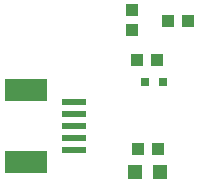
<source format=gbr>
G04 EAGLE Gerber RS-274X export*
G75*
%MOMM*%
%FSLAX34Y34*%
%LPD*%
%INSolderpaste Top*%
%IPPOS*%
%AMOC8*
5,1,8,0,0,1.08239X$1,22.5*%
G01*
%ADD10R,2.030000X0.560000*%
%ADD11R,3.560000X1.980000*%
%ADD12R,1.100000X1.000000*%
%ADD13R,1.000000X1.100000*%
%ADD14R,1.200000X1.200000*%
%ADD15R,0.800000X0.800000*%


D10*
X193147Y145037D03*
X193147Y155037D03*
X193147Y165037D03*
X193147Y175037D03*
X193147Y185037D03*
D11*
X152487Y134437D03*
X152487Y195637D03*
D12*
X242343Y246407D03*
X242343Y263407D03*
D13*
X290262Y253798D03*
X273262Y253798D03*
X247424Y145390D03*
X264424Y145390D03*
D14*
X244906Y126488D03*
X265906Y126488D03*
D13*
X246538Y220912D03*
X263538Y220912D03*
D15*
X268713Y202281D03*
X253713Y202281D03*
M02*

</source>
